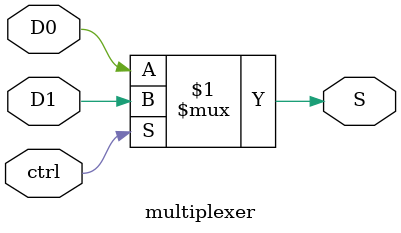
<source format=v>
module multiplexer #(parameter n=1)(
  input ctrl,
  input [n-1:0] D0,
  input [n-1:0] D1,
  output [n-1:0] S
);

  assign S = ctrl ? D1 : D0;

endmodule
</source>
